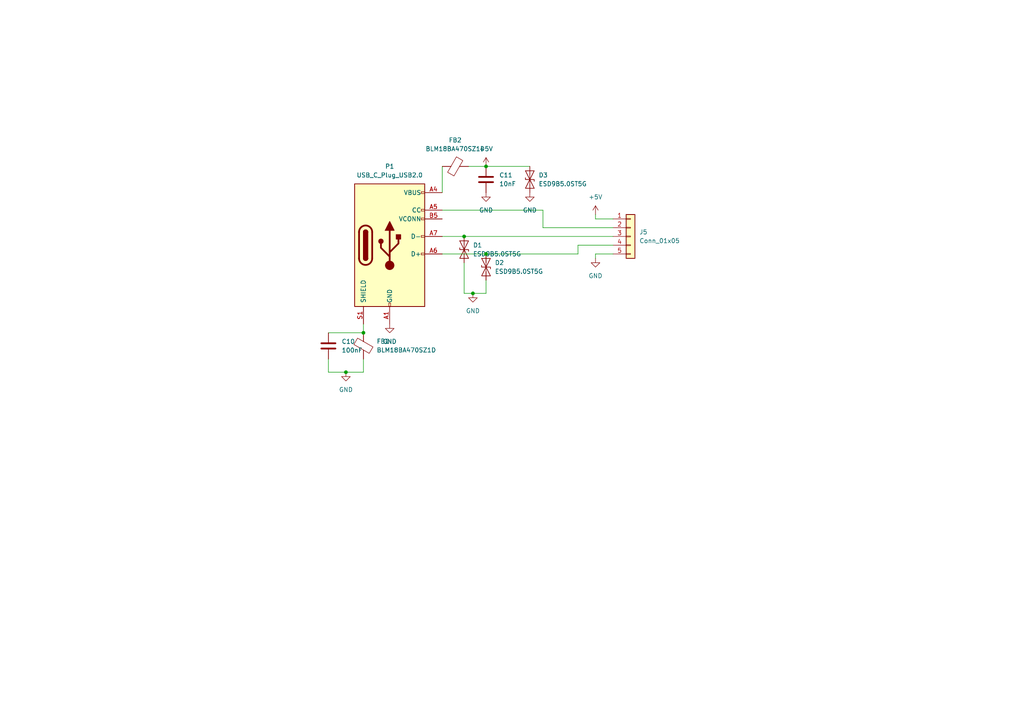
<source format=kicad_sch>
(kicad_sch (version 20211123) (generator eeschema)
  (paper "A4")
  (title_block (title "USB") (date "2022-10-10") (rev "v0.1"))
  (lib_symbols
    (symbol "Connector:USB_C_Plug_USB2.0" (pin_names (offset 1.016))
      (property "Reference" "P" (at -10.16 19.05 0))
      (property "Value" "USB_C_Plug_USB2.0" (at 12.7 19.05 0))
      (symbol "USB_C_Plug_USB2.0_0_0"
        (rectangle (start -0.254 -17.78) (end 0.254 -16.764))
        (rectangle (start 10.16 -2.286) (end 9.144 -2.794))
        (rectangle (start 10.16 2.794) (end 9.144 2.286))
        (rectangle (start 10.16 7.874) (end 9.144 7.366))
        (rectangle (start 10.16 10.414) (end 9.144 9.906))
        (rectangle (start 10.16 15.494) (end 9.144 14.986))
      )
      (symbol "USB_C_Plug_USB2.0_0_1"
        (rectangle (start -10.16 17.78) (end 10.16 -17.78) (stroke (width 0.254)) (fill (type background)))
        (arc (start -8.89 -3.81) (mid -6.985 -5.715) (end -5.08 -3.81) (stroke (width 0.508)))
        (arc (start -7.62 -3.81) (mid -6.985 -4.445) (end -6.35 -3.81) (stroke (width 0.254)))
        (arc (start -7.62 -3.81) (mid -6.985 -4.445) (end -6.35 -3.81) (stroke (width 0.254)) (fill (type outline)))
        (rectangle (start -7.62 -3.81) (end -6.35 3.81) (stroke (width 0.254)) (fill (type outline)))
        (arc (start -6.35 3.81) (mid -6.985 4.445) (end -7.62 3.81) (stroke (width 0.254)))
        (arc (start -6.35 3.81) (mid -6.985 4.445) (end -7.62 3.81) (stroke (width 0.254)) (fill (type outline)))
        (arc (start -5.08 3.81) (mid -6.985 5.715) (end -8.89 3.81) (stroke (width 0.508)))
        (circle (center -2.54 1.143) (radius 0.635) (stroke (width 0.254)) (fill (type outline)))
        (circle (center 0 -5.842) (radius 1.27) (fill (type outline)))
        (polyline (pts (xy -8.89 -3.81) (xy -8.89 3.81)) (stroke (width 0.508)))
        (polyline (pts (xy -5.08 3.81) (xy -5.08 -3.81)) (stroke (width 0.508)))
        (polyline (pts (xy 0 -5.842) (xy 0 4.318)) (stroke (width 0.508)))
        (polyline (pts (xy 0 -3.302) (xy -2.54 -0.762) (xy -2.54 0.508)) (stroke (width 0.508)))
        (polyline (pts (xy 0 -2.032) (xy 2.54 0.508) (xy 2.54 1.778)) (stroke (width 0.508)))
        (polyline (pts (xy -1.27 4.318) (xy 0 6.858) (xy 1.27 4.318) (xy -1.27 4.318)) (stroke (width 0.254)) (fill (type outline)))
        (rectangle (start 1.905 1.778) (end 3.175 3.048) (stroke (width 0.254)) (fill (type outline)))
      )
      (symbol "USB_C_Plug_USB2.0_1_1"
        (pin passive line (at 0 -22.86 90) (length 5.08) (name "GND") (number "A1"))
        (pin passive line (at 0 -22.86 90) (length 5.08) hide (name "GND") (number "A12"))
        (pin passive line (at 15.24 15.24 180) (length 5.08) (name "VBUS") (number "A4"))
        (pin bidirectional line (at 15.24 10.16 180) (length 5.08) (name "CC") (number "A5"))
        (pin bidirectional line (at 15.24 -2.54 180) (length 5.08) (name "D+") (number "A6"))
        (pin bidirectional line (at 15.24 2.54 180) (length 5.08) (name "D-") (number "A7"))
        (pin passive line (at 15.24 15.24 180) (length 5.08) hide (name "VBUS") (number "A9"))
        (pin passive line (at 0 -22.86 90) (length 5.08) hide (name "GND") (number "B1"))
        (pin passive line (at 0 -22.86 90) (length 5.08) hide (name "GND") (number "B12"))
        (pin passive line (at 15.24 15.24 180) (length 5.08) hide (name "VBUS") (number "B4"))
        (pin bidirectional line (at 15.24 7.62 180) (length 5.08) (name "VCONN") (number "B5"))
        (pin passive line (at 15.24 15.24 180) (length 5.08) hide (name "VBUS") (number "B9"))
        (pin passive line (at -7.62 -22.86 90) (length 5.08) (name "SHIELD") (number "S1"))
      )
    )
    (symbol "Connector_Generic:Conn_01x05" (pin_names (offset 1.016) hide)
      (property "Reference" "J" (at 0 7.62 0))
      (property "Value" "Conn_01x05" (at 0 -7.62 0))
      (symbol "Conn_01x05_1_1"
        (rectangle (start -1.27 -4.953) (end 0 -5.207) (stroke (width 0.1524)))
        (rectangle (start -1.27 -2.413) (end 0 -2.667) (stroke (width 0.1524)))
        (rectangle (start -1.27 0.127) (end 0 -0.127) (stroke (width 0.1524)))
        (rectangle (start -1.27 2.667) (end 0 2.413) (stroke (width 0.1524)))
        (rectangle (start -1.27 5.207) (end 0 4.953) (stroke (width 0.1524)))
        (rectangle (start -1.27 6.35) (end 1.27 -6.35) (stroke (width 0.254)) (fill (type background)))
        (pin passive line (at -5.08 5.08 0) (length 3.81) (name "Pin_1") (number "1"))
        (pin passive line (at -5.08 2.54 0) (length 3.81) (name "Pin_2") (number "2"))
        (pin passive line (at -5.08 0 0) (length 3.81) (name "Pin_3") (number "3"))
        (pin passive line (at -5.08 -2.54 0) (length 3.81) (name "Pin_4") (number "4"))
        (pin passive line (at -5.08 -5.08 0) (length 3.81) (name "Pin_5") (number "5"))
      )
    )
    (symbol "Device:C" (pin_numbers hide) (pin_names (offset 0.254))
      (property "Reference" "C" (at 0.635 2.54 0))
      (property "Value" "C" (at 0.635 -2.54 0))
      (symbol "C_0_1"
        (polyline (pts (xy -2.032 -0.762) (xy 2.032 -0.762)) (stroke (width 0.508)))
        (polyline (pts (xy -2.032 0.762) (xy 2.032 0.762)) (stroke (width 0.508)))
      )
      (symbol "C_1_1"
        (pin passive line (at 0 3.81 270) (length 2.794) (name "~") (number "1"))
        (pin passive line (at 0 -3.81 90) (length 2.794) (name "~") (number "2"))
      )
    )
    (symbol "Device:FerriteBead" (pin_numbers hide) (pin_names (offset 0))
      (property "Reference" "FB" (at -3.81 0.635 90))
      (property "Value" "FerriteBead" (at 3.81 0 90))
      (symbol "FerriteBead_0_1"
        (polyline (pts (xy 0 -1.27) (xy 0 -1.2192)))
        (polyline (pts (xy 0 1.27) (xy 0 1.2954)))
        (polyline (pts (xy -2.7686 0.4064) (xy -1.7018 2.2606) (xy 2.7686 -0.3048) (xy 1.6764 -2.159) (xy -2.7686 0.4064)))
      )
      (symbol "FerriteBead_1_1"
        (pin passive line (at 0 3.81 270) (length 2.54) (name "~") (number "1"))
        (pin passive line (at 0 -3.81 90) (length 2.54) (name "~") (number "2"))
      )
    )
    (symbol "Diode:ESD9B5.0ST5G" (pin_numbers hide) (pin_names (offset 1.016) hide)
      (property "Reference" "D" (at 0 2.54 0))
      (property "Value" "ESD9B5.0ST5G" (at 0 -2.54 0))
      (symbol "ESD9B5.0ST5G_0_1"
        (polyline (pts (xy 1.27 0) (xy -1.27 0)))
        (polyline (pts (xy -2.54 -1.27) (xy 0 0) (xy -2.54 1.27) (xy -2.54 -1.27)) (stroke (width 0.2032)))
        (polyline (pts (xy 0.508 1.27) (xy 0 1.27) (xy 0 -1.27) (xy -0.508 -1.27)) (stroke (width 0.2032)))
        (polyline (pts (xy 2.54 1.27) (xy 2.54 -1.27) (xy 0 0) (xy 2.54 1.27)) (stroke (width 0.2032)))
      )
      (symbol "ESD9B5.0ST5G_1_1"
        (pin passive line (at -3.81 0 0) (length 2.54) (name "A1") (number "1"))
        (pin passive line (at 3.81 0 180) (length 2.54) (name "A2") (number "2"))
      )
    )
    (symbol "power:+5V" (power) (pin_names (offset 0))
      (property "Value" "+5V" (at 0 3.556 0))
      (symbol "+5V_0_1"
        (polyline (pts (xy -0.762 1.27) (xy 0 2.54)))
        (polyline (pts (xy 0 0) (xy 0 2.54)))
        (polyline (pts (xy 0 2.54) (xy 0.762 1.27)))
      )
      (symbol "+5V_1_1"
        (pin power_in line (at 0 0 90) (length 0) hide (name "+5V") (number "1"))
      )
    )
    (symbol "power:GND" (power) (pin_names (offset 0))
      (property "Value" "GND" (at 0 -3.81 0))
      (symbol "GND_0_1"
        (polyline (pts (xy 0 0) (xy 0 -1.27) (xy 1.27 -1.27) (xy 0 -2.54) (xy -1.27 -1.27) (xy 0 -1.27)))
      )
      (symbol "GND_1_1"
        (pin power_in line (at 0 0 270) (length 0) hide (name "GND") (number "1"))
      )
    )
  )
  (junction (at 105.41 96.52))
  (junction (at 134.62 68.58))
  (junction (at 137.16 85.09))
  (junction (at 140.97 73.66))
  (junction (at 100.33 107.95))
  (junction (at 140.97 48.26))
  (wire (pts (xy 177.8 63.5) (xy 172.72 63.5)))
  (wire (pts (xy 128.27 73.66) (xy 140.97 73.66)))
  (wire (pts (xy 137.16 85.09) (xy 140.97 85.09)))
  (wire (pts (xy 105.41 107.95) (xy 105.41 104.14)))
  (wire (pts (xy 95.25 96.52) (xy 105.41 96.52)))
  (wire (pts (xy 128.27 60.96) (xy 157.48 60.96)))
  (wire (pts (xy 134.62 76.2) (xy 134.62 85.09)))
  (wire (pts (xy 140.97 48.26) (xy 153.67 48.26)))
  (wire (pts (xy 128.27 55.88) (xy 128.27 48.26)))
  (wire (pts (xy 177.8 71.12) (xy 167.64 71.12)))
  (wire (pts (xy 128.27 68.58) (xy 134.62 68.58)))
  (wire (pts (xy 177.8 73.66) (xy 172.72 73.66)))
  (wire (pts (xy 95.25 104.14) (xy 95.25 107.95)))
  (wire (pts (xy 100.33 107.95) (xy 105.41 107.95)))
  (wire (pts (xy 172.72 62.23) (xy 172.72 63.5)))
  (wire (pts (xy 135.89 48.26) (xy 140.97 48.26)))
  (wire (pts (xy 172.72 73.66) (xy 172.72 74.93)))
  (wire (pts (xy 140.97 85.09) (xy 140.97 81.28)))
  (wire (pts (xy 134.62 68.58) (xy 177.8 68.58)))
  (wire (pts (xy 140.97 73.66) (xy 167.64 73.66)))
  (wire (pts (xy 134.62 85.09) (xy 137.16 85.09)))
  (wire (pts (xy 95.25 107.95) (xy 100.33 107.95)))
  (wire (pts (xy 105.41 93.98) (xy 105.41 96.52)))
  (wire (pts (xy 157.48 66.04) (xy 177.8 66.04)))
  (wire (pts (xy 157.48 60.96) (xy 157.48 66.04)))
  (wire (pts (xy 167.64 71.12) (xy 167.64 73.66)))
  (symbol (lib_id "power:GND") (at 113.03 93.98 0) (unit 1)
    (property "Reference" "#PWR0102" (effects hide))
    (property "Value" "GND" (at 113.03 99.06 0))
  )
  (symbol (lib_id "Device:C") (at 95.25 100.33 0) (unit 1)
    (property "Reference" "C10" (at 99.06 99.0599 0) (effects (justify left)))
    (property "Value" "100nF" (at 99.06 101.5999 0) (effects (justify left)))
    (property "Footprint" "Capacitor_SMD:C_0805_2012Metric" (effects hide))
  )
  (symbol (lib_id "Diode:ESD9B5.0ST5G") (at 134.62 72.39 90) (unit 1)
    (property "Reference" "D1" (at 137.16 71.1199 90) (effects (justify right)))
    (property "Value" "ESD9B5.0ST5G" (at 137.16 73.6599 90) (effects (justify right)))
    (property "Footprint" "Diode_SMD:D_SOD-923" (effects hide))
    (property "Datasheet" "https://www.onsemi.com/pub/Collateral/ESD9B-D.PDF" (effects hide))
  )
  (symbol (lib_id "power:GND") (at 172.72 74.93 0) (unit 1)
    (property "Reference" "#PWR0103" (effects hide))
    (property "Value" "GND" (at 172.72 80.01 0))
  )
  (symbol (lib_id "Device:FerriteBead") (at 105.41 100.33 0) (unit 1)
    (property "Reference" "FB1" (at 109.22 99.0091 0) (effects (justify left)))
    (property "Value" "BLM18BA470SZ1D" (at 109.22 101.5491 0) (effects (justify left)))
    (property "Footprint" "Capacitor_SMD:C_0603_1608Metric" (effects hide))
  )
  (symbol (lib_id "power:GND") (at 137.16 85.09 0) (unit 1)
    (property "Reference" "#PWR0142" (effects hide))
    (property "Value" "GND" (at 137.16 90.17 0))
  )
  (symbol (lib_id "Connector:USB_C_Plug_USB2.0") (at 113.03 71.12 0) (unit 1)
    (property "Reference" "P1" (at 113.03 48.26 0))
    (property "Value" "USB_C_Plug_USB2.0" (at 113.03 50.8 0))
    (property "Footprint" "Connector_USB:USB_C_Receptacle_HRO_TYPE-C-31-M-12" (effects hide))
    (property "Datasheet" "https://www.usb.org/sites/default/files/documents/usb_type-c.zip" (effects hide))
  )
  (symbol (lib_id "power:GND") (at 153.67 55.88 0) (unit 1)
    (property "Reference" "#PWR0141" (effects hide))
    (property "Value" "GND" (at 153.67 60.96 0))
  )
  (symbol (lib_id "Device:FerriteBead") (at 132.08 48.26 90) (unit 1)
    (property "Reference" "FB2" (at 132.0292 40.64 90))
    (property "Value" "BLM18BA470SZ1D" (at 132.0292 43.18 90))
    (property "Footprint" "Capacitor_SMD:C_0603_1608Metric" (effects hide))
  )
  (symbol (lib_id "power:+5V") (at 172.72 62.23 0) (unit 1)
    (property "Reference" "#PWR0101" (effects hide))
    (property "Value" "+5V" (at 172.72 57.15 0))
  )
  (symbol (lib_id "Diode:ESD9B5.0ST5G") (at 153.67 52.07 270) (unit 1)
    (property "Reference" "D3" (at 156.21 50.7999 90) (effects (justify left)))
    (property "Value" "ESD9B5.0ST5G" (at 156.21 53.3399 90) (effects (justify left)))
    (property "Footprint" "Diode_SMD:D_SOD-923" (effects hide))
    (property "Datasheet" "https://www.onsemi.com/pub/Collateral/ESD9B-D.PDF" (effects hide))
  )
  (symbol (lib_id "power:GND") (at 100.33 107.95 0) (unit 1)
    (property "Reference" "#PWR0139" (effects hide))
    (property "Value" "GND" (at 100.33 113.03 0))
  )
  (symbol (lib_id "power:GND") (at 140.97 55.88 0) (unit 1)
    (property "Reference" "#PWR0140" (effects hide))
    (property "Value" "GND" (at 140.97 60.96 0))
  )
  (symbol (lib_id "Connector_Generic:Conn_01x05") (at 182.88 68.58 0) (unit 1)
    (property "Reference" "J5" (at 185.42 67.3099 0) (effects (justify left)))
    (property "Value" "Conn_01x05" (at 185.42 69.8499 0) (effects (justify left)))
    (property "Footprint" "Connector_JST:JST_PH_S5B-PH-K_1x05_P2.00mm_Horizontal" (effects hide))
  )
  (symbol (lib_id "Device:C") (at 140.97 52.07 0) (unit 1)
    (property "Reference" "C11" (at 144.78 50.7999 0) (effects (justify left)))
    (property "Value" "10nF" (at 144.78 53.3399 0) (effects (justify left)))
    (property "Footprint" "Capacitor_SMD:C_0805_2012Metric" (effects hide))
  )
  (symbol (lib_id "power:+5V") (at 140.97 48.26 0) (unit 1)
    (property "Reference" "#PWR0104" (effects hide))
    (property "Value" "+5V" (at 140.97 43.18 0))
  )
  (symbol (lib_id "Diode:ESD9B5.0ST5G") (at 140.97 77.47 270) (unit 1)
    (property "Reference" "D2" (at 143.51 76.1999 90) (effects (justify left)))
    (property "Value" "ESD9B5.0ST5G" (at 143.51 78.7399 90) (effects (justify left)))
    (property "Footprint" "Diode_SMD:D_SOD-923" (effects hide))
    (property "Datasheet" "https://www.onsemi.com/pub/Collateral/ESD9B-D.PDF" (effects hide))
  )
)
</source>
